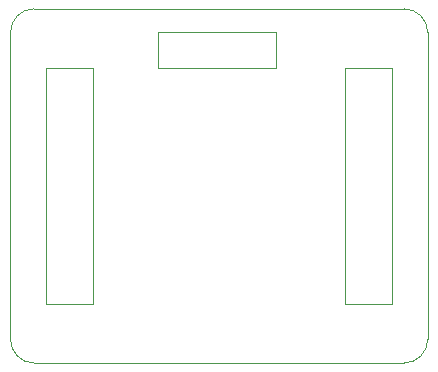
<source format=gko>
G04*
G04 #@! TF.GenerationSoftware,Altium Limited,Altium Designer,21.7.2 (23)*
G04*
G04 Layer_Color=16711935*
%FSLAX25Y25*%
%MOIN*%
G70*
G04*
G04 #@! TF.SameCoordinates,8300F03B-7B83-4255-BAC5-FFB0951DAD17*
G04*
G04*
G04 #@! TF.FilePolarity,Positive*
G04*
G01*
G75*
%ADD19C,0.00039*%
D19*
X514167Y333622D02*
G03*
X506293Y341496I-7874J0D01*
G01*
X382993D02*
G03*
X375119Y333622I0J-7874D01*
G01*
Y231260D02*
G03*
X382993Y223386I7874J0D01*
G01*
X506293D02*
G03*
X514167Y231260I0J7874D01*
G01*
X463702Y321811D02*
Y333622D01*
X424332Y321811D02*
X463702D01*
X424332D02*
Y333622D01*
X463702D01*
X502356Y243071D02*
Y321811D01*
X486608Y243071D02*
X502356D01*
X486608D02*
Y321811D01*
X502356D01*
X402678Y243071D02*
Y321811D01*
X386930Y243071D02*
X402678D01*
X386930D02*
Y321811D01*
X402678D01*
X382993Y341496D02*
X506293D01*
X375119Y231260D02*
Y333622D01*
X382993Y223386D02*
X506293D01*
X514167Y231260D02*
Y333622D01*
M02*

</source>
